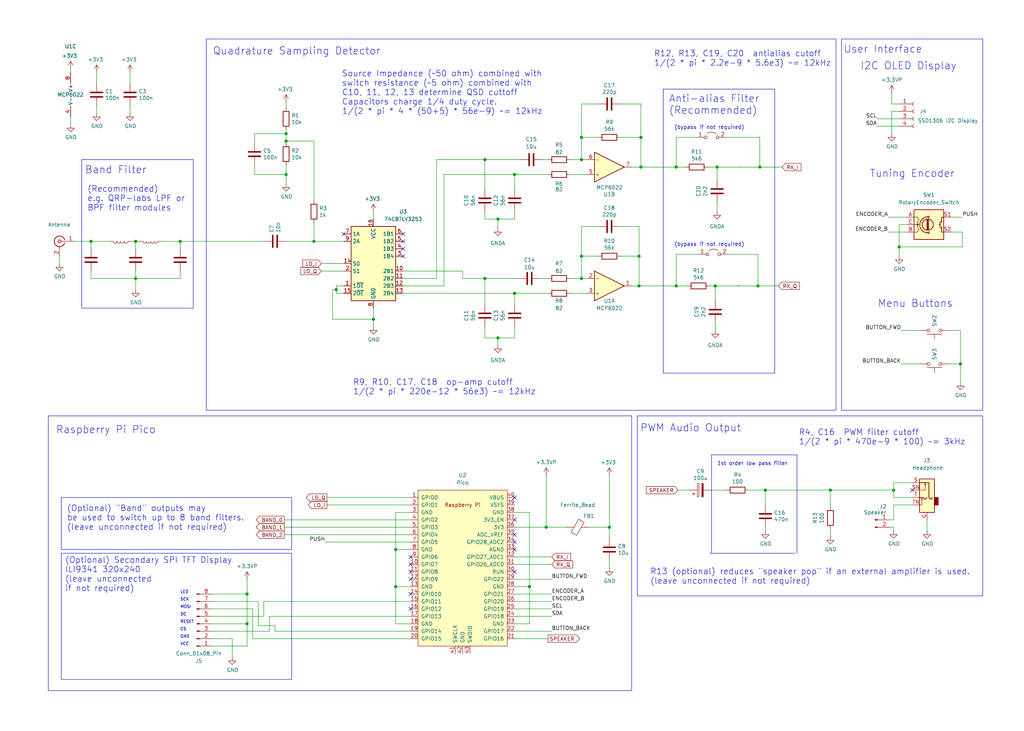
<source format=kicad_sch>
(kicad_sch (version 20230121) (generator eeschema)
  (paper "User" 350.012 250.012)
  (lib_symbols
    (symbol "Amplifier_Operational:LM4562" (pin_names (offset 0.127))
      (property "Reference" "U" (at 0 5.08 0))
      (property "Value" "LM4562" (at 0 -5.08 0))
      (symbol "LM4562_1_1"
        (pin output line (at 7.62 0 180) (length 2.54) (name "~") (number "1"))
        (pin input line (at -7.62 -2.54 0) (length 2.54) (name "-") (number "2"))
        (pin input line (at -7.62 2.54 0) (length 2.54) (name "+") (number "3"))
      )
      (symbol "LM4562_2_1"
        (pin input line (at -7.62 2.54 0) (length 2.54) (name "+") (number "5"))
        (pin input line (at -7.62 -2.54 0) (length 2.54) (name "-") (number "6"))
        (pin output line (at 7.62 0 180) (length 2.54) (name "~") (number "7"))
      )
      (symbol "LM4562_3_1"
        (pin power_in line (at -2.54 -7.62 90) (length 3.81) (name "V-") (number "4"))
        (pin power_in line (at -2.54 7.62 270) (length 3.81) (name "V+") (number "8"))
      )
    )
    (symbol "Connector:Conn_01x04_Socket" (pin_names (offset 1.016) hide)
      (property "Reference" "J" (at 0 5.08 0))
      (property "Value" "Conn_01x04_Socket" (at 0 -7.62 0))
      (symbol "Conn_01x04_Socket_1_1"
        (pin passive line (at -5.08 2.54 0) (length 3.81) (name "Pin_1") (number "1"))
        (pin passive line (at -5.08 0 0) (length 3.81) (name "Pin_2") (number "2"))
        (pin passive line (at -5.08 -2.54 0) (length 3.81) (name "Pin_3") (number "3"))
        (pin passive line (at -5.08 -5.08 0) (length 3.81) (name "Pin_4") (number "4"))
      )
    )
    (symbol "Connector:Conn_01x08_Pin" (pin_names (offset 1.016) hide)
      (property "Reference" "J" (at 0 10.16 0))
      (property "Value" "Conn_01x08_Pin" (at 0 -12.7 0))
      (symbol "Conn_01x08_Pin_1_1"
        (pin passive line (at 5.08 7.62 180) (length 3.81) (name "Pin_1") (number "1"))
        (pin passive line (at 5.08 5.08 180) (length 3.81) (name "Pin_2") (number "2"))
        (pin passive line (at 5.08 2.54 180) (length 3.81) (name "Pin_3") (number "3"))
        (pin passive line (at 5.08 0 180) (length 3.81) (name "Pin_4") (number "4"))
        (pin passive line (at 5.08 -2.54 180) (length 3.81) (name "Pin_5") (number "5"))
        (pin passive line (at 5.08 -5.08 180) (length 3.81) (name "Pin_6") (number "6"))
        (pin passive line (at 5.08 -7.62 180) (length 3.81) (name "Pin_7") (number "7"))
        (pin passive line (at 5.08 -10.16 180) (length 3.81) (name "Pin_8") (number "8"))
      )
    )
    (symbol "Connector:Conn_Coaxial" (pin_names (offset 1.016) hide)
      (property "Reference" "J" (at 0.254 3.048 0))
      (property "Value" "Conn_Coaxial" (at 2.921 0 90))
      (symbol "Conn_Coaxial_1_1"
        (pin passive line (at -5.08 0 0) (length 2.54) (name "In") (number "1"))
        (pin passive line (at 0 -5.08 90) (length 2.54) (name "Ext") (number "2"))
      )
    )
    (symbol "Device:C" (pin_numbers hide) (pin_names (offset 0.254))
      (property "Reference" "C" (at 0.635 2.54 0))
      (property "Value" "C" (at 0.635 -2.54 0))
      (symbol "C_1_1"
        (pin passive line (at 0 3.81 270) (length 2.794) (name "~") (number "1"))
        (pin passive line (at 0 -3.81 90) (length 2.794) (name "~") (number "2"))
      )
    )
    (symbol "Device:Ferrite_Bead" (pin_numbers hide) (pin_names (offset 0))
      (property "Reference" "FB" (at -3.81 0.635 90))
      (property "Value" "Device_Ferrite_Bead" (at 3.81 0 90))
      (symbol "Ferrite_Bead_1_1"
        (pin passive line (at 0 3.81 270) (length 2.54) (name "~") (number "1"))
        (pin passive line (at 0 -3.81 90) (length 2.54) (name "~") (number "2"))
      )
    )
    (symbol "Device:L" (pin_numbers hide) (pin_names (offset 1.016) hide)
      (property "Reference" "L" (at -1.27 0 90))
      (property "Value" "L" (at 1.905 0 90))
      (symbol "L_1_1"
        (pin passive line (at 0 3.81 270) (length 1.27) (name "1") (number "1"))
        (pin passive line (at 0 -3.81 90) (length 1.27) (name "2") (number "2"))
      )
    )
    (symbol "Device:R" (pin_numbers hide) (pin_names (offset 0))
      (property "Reference" "R" (at 2.032 0 90))
      (property "Value" "R" (at 0 0 90))
      (symbol "R_1_1"
        (pin passive line (at 0 3.81 270) (length 1.27) (name "~") (number "1"))
        (pin passive line (at 0 -3.81 90) (length 1.27) (name "~") (number "2"))
      )
    )
    (symbol "Device:RotaryEncoder_Switch" (pin_names (offset 0.254) hide)
      (property "Reference" "SW" (at 0 6.604 0))
      (property "Value" "RotaryEncoder_Switch" (at 0 -6.604 0))
      (symbol "RotaryEncoder_Switch_1_1"
        (pin passive line (at -7.62 2.54 0) (length 2.54) (name "A") (number "A"))
        (pin passive line (at -7.62 -2.54 0) (length 2.54) (name "B") (number "B"))
        (pin passive line (at -7.62 0 0) (length 2.54) (name "C") (number "C"))
        (pin passive line (at 7.62 2.54 180) (length 2.54) (name "S1") (number "S1"))
        (pin passive line (at 7.62 -2.54 180) (length 2.54) (name "S2") (number "S2"))
      )
    )
    (symbol "Jumper:Jumper_2_Open" (pin_names (offset 0) hide)
      (property "Reference" "JP" (at 0 2.794 0))
      (property "Value" "Jumper_2_Open" (at 0 -2.286 0))
      (symbol "Jumper_2_Open_1_1"
        (pin passive line (at -5.08 0 0) (length 2.54) (name "A") (number "1"))
        (pin passive line (at 5.08 0 180) (length 2.54) (name "B") (number "2"))
      )
    )
    (symbol "RADIO-rescue:AudioJack2_Ground_Switch-Connector"
      (property "Reference" "J" (at 0 11.43 0))
      (property "Value" "Connector_AudioJack2_Ground_Switch" (at 0 8.89 0))
      (symbol "AudioJack2_Ground_Switch-Connector_1_1"
        (pin passive line (at 0 -7.62 90) (length 2.54) (name "~") (number "G"))
        (pin passive line (at 5.08 5.08 180) (length 2.54) (name "~") (number "S"))
        (pin passive line (at 5.08 2.54 180) (length 2.54) (name "~") (number "SN"))
        (pin passive line (at 5.08 0 180) (length 2.54) (name "~") (number "T"))
        (pin passive line (at 5.08 -2.54 180) (length 2.54) (name "~") (number "TN"))
      )
    )
    (symbol "RADIO-rescue:CP-Device" (pin_numbers hide) (pin_names (offset 0.254))
      (property "Reference" "C" (at 0.635 2.54 0))
      (property "Value" "Device_CP" (at 0.635 -2.54 0))
      (symbol "CP-Device_1_1"
        (pin passive line (at 0 3.81 270) (length 2.794) (name "~") (number "1"))
        (pin passive line (at 0 -3.81 90) (length 2.794) (name "~") (number "2"))
      )
    )
    (symbol "RADIO-rescue:Conn_01x02_Male-Connector" (pin_names (offset 1.016) hide)
      (property "Reference" "J" (at 0 2.54 0))
      (property "Value" "Connector_Conn_01x02_Male" (at 0 -5.08 0))
      (symbol "Conn_01x02_Male-Connector_1_1"
        (pin passive line (at 5.08 0 180) (length 3.81) (name "Pin_1") (number "1"))
        (pin passive line (at 5.08 -2.54 180) (length 3.81) (name "Pin_2") (number "2"))
      )
    )
    (symbol "RADIO-rescue:FST5253-xcvr_components"
      (property "Reference" "U" (at -7.62 13.97 0))
      (property "Value" "FST5253-xcvr_components" (at -11.43 -13.97 0))
      (symbol "FST5253-xcvr_components_1_1"
        (pin input line (at -10.16 -7.62 0) (length 2.54) (name "1~{OE}") (number "1"))
        (pin bidirectional line (at 10.16 -2.54 180) (length 2.54) (name "2B1") (number "10"))
        (pin bidirectional line (at 10.16 -5.08 180) (length 2.54) (name "2B2") (number "11"))
        (pin bidirectional line (at 10.16 -7.62 180) (length 2.54) (name "2B3") (number "12"))
        (pin bidirectional line (at 10.16 -10.16 180) (length 2.54) (name "2B4") (number "13"))
        (pin input line (at -10.16 0 0) (length 2.54) (name "S0") (number "14"))
        (pin input line (at -10.16 -10.16 0) (length 2.54) (name "2~{OE}") (number "15"))
        (pin power_in line (at 0 15.24 270) (length 2.54) (name "VCC") (number "16"))
        (pin input line (at -10.16 -2.54 0) (length 2.54) (name "S1") (number "2"))
        (pin bidirectional line (at 10.16 2.54 180) (length 2.54) (name "1B4") (number "3"))
        (pin bidirectional line (at 10.16 5.08 180) (length 2.54) (name "1B3") (number "4"))
        (pin bidirectional line (at 10.16 7.62 180) (length 2.54) (name "1B2") (number "5"))
        (pin bidirectional line (at 10.16 10.16 180) (length 2.54) (name "1B1") (number "6"))
        (pin bidirectional line (at -10.16 10.16 0) (length 2.54) (name "1A") (number "7"))
        (pin power_in line (at 0 -15.24 90) (length 2.54) (name "GND") (number "8"))
        (pin bidirectional line (at -10.16 7.62 0) (length 2.54) (name "2A") (number "9"))
      )
    )
    (symbol "Switch:SW_Push" (pin_numbers hide) (pin_names (offset 1.016) hide)
      (property "Reference" "SW" (at 1.27 2.54 0))
      (property "Value" "SW_Push" (at 0 -1.524 0))
      (symbol "SW_Push_0_1"
        (pin passive line (at -5.08 0 0) (length 2.54) (name "1") (number "1"))
        (pin passive line (at 5.08 0 180) (length 2.54) (name "2") (number "2"))
      )
    )
    (symbol "pico:Pico" (pin_names (offset 1.016))
      (property "Reference" "U2" (at 0 29.21 0))
      (property "Value" "Pico" (at 0 16.51 0))
      (symbol "Pico_0_0"
        (text "Raspberry Pi" (at 0 21.59 0) (effects (font (size 1.27 1.27))))
      )
      (symbol "Pico_1_1"
        (pin bidirectional line (at -17.78 24.13 0) (length 2.54) (name "GPIO0") (number "1"))
        (pin bidirectional line (at -17.78 1.27 0) (length 2.54) (name "GPIO7") (number "10"))
        (pin bidirectional line (at -17.78 -1.27 0) (length 2.54) (name "GPIO8") (number "11"))
        (pin bidirectional line (at -17.78 -3.81 0) (length 2.54) (name "GPIO9") (number "12"))
        (pin power_in line (at -17.78 -6.35 0) (length 2.54) (name "GND") (number "13"))
        (pin bidirectional line (at -17.78 -8.89 0) (length 2.54) (name "GPIO10") (number "14"))
        (pin bidirectional line (at -17.78 -11.43 0) (length 2.54) (name "GPIO11") (number "15"))
        (pin bidirectional line (at -17.78 -13.97 0) (length 2.54) (name "GPIO12") (number "16"))
        (pin bidirectional line (at -17.78 -16.51 0) (length 2.54) (name "GPIO13") (number "17"))
        (pin power_in line (at -17.78 -19.05 0) (length 2.54) (name "GND") (number "18"))
        (pin bidirectional line (at -17.78 -21.59 0) (length 2.54) (name "GPIO14") (number "19"))
        (pin bidirectional line (at -17.78 21.59 0) (length 2.54) (name "GPIO1") (number "2"))
        (pin bidirectional line (at -17.78 -24.13 0) (length 2.54) (name "GPIO15") (number "20"))
        (pin bidirectional line (at 17.78 -24.13 180) (length 2.54) (name "GPIO16") (number "21"))
        (pin bidirectional line (at 17.78 -21.59 180) (length 2.54) (name "GPIO17") (number "22"))
        (pin power_in line (at 17.78 -19.05 180) (length 2.54) (name "GND") (number "23"))
        (pin bidirectional line (at 17.78 -16.51 180) (length 2.54) (name "GPIO18") (number "24"))
        (pin bidirectional line (at 17.78 -13.97 180) (length 2.54) (name "GPIO19") (number "25"))
        (pin bidirectional line (at 17.78 -11.43 180) (length 2.54) (name "GPIO20") (number "26"))
        (pin bidirectional line (at 17.78 -8.89 180) (length 2.54) (name "GPIO21") (number "27"))
        (pin power_in line (at 17.78 -6.35 180) (length 2.54) (name "GND") (number "28"))
        (pin bidirectional line (at 17.78 -3.81 180) (length 2.54) (name "GPIO22") (number "29"))
        (pin power_in line (at -17.78 19.05 0) (length 2.54) (name "GND") (number "3"))
        (pin input line (at 17.78 -1.27 180) (length 2.54) (name "RUN") (number "30"))
        (pin bidirectional line (at 17.78 1.27 180) (length 2.54) (name "GPIO26_ADC0") (number "31"))
        (pin bidirectional line (at 17.78 3.81 180) (length 2.54) (name "GPIO27_ADC1") (number "32"))
        (pin power_in line (at 17.78 6.35 180) (length 2.54) (name "AGND") (number "33"))
        (pin bidirectional line (at 17.78 8.89 180) (length 2.54) (name "GPIO28_ADC2") (number "34"))
        (pin unspecified line (at 17.78 11.43 180) (length 2.54) (name "ADC_VREF") (number "35"))
        (pin unspecified line (at 17.78 13.97 180) (length 2.54) (name "3V3") (number "36"))
        (pin input line (at 17.78 16.51 180) (length 2.54) (name "3V3_EN") (number "37"))
        (pin bidirectional line (at 17.78 19.05 180) (length 2.54) (name "GND") (number "38"))
        (pin unspecified line (at 17.78 21.59 180) (length 2.54) (name "VSYS") (number "39"))
        (pin bidirectional line (at -17.78 16.51 0) (length 2.54) (name "GPIO2") (number "4"))
        (pin unspecified line (at 17.78 24.13 180) (length 2.54) (name "VBUS") (number "40"))
        (pin input line (at -2.54 -29.21 90) (length 2.54) (name "SWCLK") (number "41"))
        (pin power_in line (at 0 -29.21 90) (length 2.54) (name "GND") (number "42"))
        (pin bidirectional line (at 2.54 -29.21 90) (length 2.54) (name "SWDIO") (number "43"))
        (pin bidirectional line (at -17.78 13.97 0) (length 2.54) (name "GPIO3") (number "5"))
        (pin bidirectional line (at -17.78 11.43 0) (length 2.54) (name "GPIO4") (number "6"))
        (pin bidirectional line (at -17.78 8.89 0) (length 2.54) (name "GPIO5") (number "7"))
        (pin power_in line (at -17.78 6.35 0) (length 2.54) (name "GND") (number "8"))
        (pin bidirectional line (at -17.78 3.81 0) (length 2.54) (name "GPIO6") (number "9"))
      )
    )
    (symbol "power:+3.3VP" (power) (pin_names (offset 0))
      (property "Value" "+3.3VP" (at 0 2.54 0))
      (symbol "+3.3VP_0_0"
        (pin power_in line (at 0 0 90) (length 0) hide (name "+3.3VP") (number "1"))
      )
    )
    (symbol "power:+3V3" (power) (pin_names (offset 0))
      (property "Value" "+3V3" (at 0 3.556 0))
      (symbol "+3V3_1_1"
        (pin power_in line (at 0 0 90) (length 0) hide (name "+3V3") (number "1"))
      )
    )
    (symbol "power:GND" (power) (pin_names (offset 0))
      (property "Value" "GND" (at 0 -3.81 0))
      (symbol "GND_1_1"
        (pin power_in line (at 0 0 270) (length 0) hide (name "GND") (number "1"))
      )
    )
    (symbol "power:GNDA" (power) (pin_names (offset 0))
      (property "Value" "GNDA" (at 0 -3.81 0))
      (symbol "GNDA_1_1"
        (pin power_in line (at 0 0 270) (length 0) hide (name "GNDA") (number "1"))
      )
    )
  )
  (junction (at 97.79 59.69))
  (junction (at 261.62 167.64))
  (junction (at 165.735 54.61))
  (junction (at 127.635 109.22))
  (junction (at 244.475 97.79))
  (junction (at 135.255 200.66))
  (junction (at 97.79 45.72))
  (junction (at 219.075 46.99))
  (junction (at 305.435 167.64))
  (junction (at 231.14 97.79))
  (junction (at 328.295 124.46))
  (junction (at 218.44 97.79))
  (junction (at 198.755 54.61))
  (junction (at 175.895 59.69))
  (junction (at 61.595 82.55))
  (junction (at 218.44 87.63))
  (junction (at 219.075 57.15))
  (junction (at 170.18 74.93))
  (junction (at 186.69 180.34))
  (junction (at 46.355 82.55))
  (junction (at 283.845 167.64))
  (junction (at 84.455 213.36))
  (junction (at 198.755 46.99))
  (junction (at 165.735 95.25))
  (junction (at 231.14 57.15))
  (junction (at 307.34 84.455))
  (junction (at 31.115 82.55))
  (junction (at 170.18 115.57))
  (junction (at 180.975 200.66))
  (junction (at 46.355 95.25))
  (junction (at 135.255 187.96))
  (junction (at 245.11 57.15))
  (junction (at 198.755 95.25))
  (junction (at 259.08 97.79))
  (junction (at 208.28 180.34))
  (junction (at 97.79 48.26))
  (junction (at 198.755 87.63))
  (junction (at 84.455 203.2))
  (junction (at 114.935 99.06))
  (junction (at 259.715 57.15))
  (junction (at 175.895 100.33))
  (junction (at 107.315 82.55))
  (no_connect (at 137.795 82.55))
  (no_connect (at 175.895 177.8))
  (no_connect (at 137.795 85.09))
  (no_connect (at 140.335 195.58))
  (no_connect (at 140.335 208.28))
  (no_connect (at 311.785 167.64))
  (no_connect (at 175.895 170.18))
  (no_connect (at 140.335 198.12))
  (no_connect (at 117.475 80.01))
  (no_connect (at 137.795 87.63))
  (no_connect (at 140.335 203.2))
  (no_connect (at 140.335 193.04))
  (no_connect (at 175.895 185.42))
  (no_connect (at 175.895 187.96))
  (no_connect (at 140.335 190.5))
  (no_connect (at 137.795 80.01))
  (no_connect (at 175.895 182.88))
  (no_connect (at 175.895 195.58))
  (wire (pts (xy 218.44 97.79) (xy 215.9 97.79)))
  (wire (pts (xy 137.795 92.71) (xy 158.115 92.71)))
  (wire (pts (xy 307.975 124.46) (xy 314.325 124.46)))
  (wire (pts (xy 307.34 38.1) (xy 304.8 38.1)))
  (wire (pts (xy 303.53 79.375) (xy 309.88 79.375)))
  (wire (pts (xy 61.595 92.71) (xy 61.595 95.25)))
  (wire (pts (xy 259.715 46.99) (xy 259.715 57.15)))
  (wire (pts (xy 212.09 35.56) (xy 219.075 35.56)))
  (wire (pts (xy 325.12 74.295) (xy 328.93 74.295)))
  (wire (pts (xy 97.79 59.69) (xy 97.79 62.865)))
  (wire (pts (xy 180.975 200.66) (xy 180.975 213.36)))
  (wire (pts (xy 242.57 97.79) (xy 244.475 97.79)))
  (wire (pts (xy 204.47 35.56) (xy 198.755 35.56)))
  (wire (pts (xy 72.39 220.98) (xy 84.455 220.98)))
  (wire (pts (xy 244.475 110.49) (xy 244.475 113.03)))
  (wire (pts (xy 97.79 48.26) (xy 107.315 48.26)))
  (wire (pts (xy 325.12 79.375) (xy 328.93 79.375)))
  (wire (pts (xy 311.785 170.18) (xy 305.435 170.18)))
  (wire (pts (xy 299.72 43.18) (xy 307.34 43.18)))
  (wire (pts (xy 238.125 46.99) (xy 231.14 46.99)))
  (wire (pts (xy 109.855 92.71) (xy 117.475 92.71)))
  (wire (pts (xy 165.735 72.39) (xy 165.735 74.93)))
  (wire (pts (xy 175.895 218.44) (xy 187.325 218.44)))
  (wire (pts (xy 92.075 210.82) (xy 140.335 210.82)))
  (wire (pts (xy 198.755 54.61) (xy 198.755 46.99)))
  (polyline (pts (xy 252.73 57.15) (xy 253.365 57.15)))
  (wire (pts (xy 45.085 82.55) (xy 46.355 82.55)))
  (wire (pts (xy 304.8 38.1) (xy 304.8 45.72)))
  (wire (pts (xy 200.66 54.61) (xy 198.755 54.61)))
  (wire (pts (xy 92.075 215.9) (xy 92.075 210.82)))
  (wire (pts (xy 218.44 97.79) (xy 231.14 97.79)))
  (wire (pts (xy 158.115 92.71) (xy 158.115 95.25)))
  (wire (pts (xy 180.975 175.26) (xy 180.975 200.66)))
  (wire (pts (xy 255.905 167.64) (xy 261.62 167.64)))
  (wire (pts (xy 93.98 215.9) (xy 140.335 215.9)))
  (wire (pts (xy 90.17 205.74) (xy 90.17 210.82)))
  (wire (pts (xy 185.42 54.61) (xy 187.325 54.61)))
  (wire (pts (xy 305.435 170.18) (xy 305.435 167.64)))
  (wire (pts (xy 218.44 77.47) (xy 218.44 87.63)))
  (wire (pts (xy 114.935 100.33) (xy 114.935 99.06)))
  (wire (pts (xy 127.635 72.39) (xy 127.635 74.93)))
  (wire (pts (xy 175.895 210.82) (xy 188.595 210.82)))
  (wire (pts (xy 88.265 213.995) (xy 93.98 213.995)))
  (wire (pts (xy 208.28 191.77) (xy 208.28 194.31)))
  (wire (pts (xy 198.755 54.61) (xy 194.945 54.61)))
  (wire (pts (xy 201.295 180.34) (xy 208.28 180.34)))
  (wire (pts (xy 305.435 165.1) (xy 311.785 165.1)))
  (wire (pts (xy 248.92 86.995) (xy 259.08 86.995)))
  (wire (pts (xy 175.895 72.39) (xy 175.895 74.93)))
  (wire (pts (xy 175.895 175.26) (xy 180.975 175.26)))
  (wire (pts (xy 219.075 46.99) (xy 219.075 57.15)))
  (wire (pts (xy 198.755 46.99) (xy 204.47 46.99)))
  (wire (pts (xy 97.155 182.88) (xy 140.335 182.88)))
  (wire (pts (xy 86.36 218.44) (xy 140.335 218.44)))
  (wire (pts (xy 33.02 36.195) (xy 33.02 38.735)))
  (wire (pts (xy 283.845 167.64) (xy 305.435 167.64)))
  (wire (pts (xy 261.62 167.64) (xy 283.845 167.64)))
  (wire (pts (xy 304.165 177.8) (xy 305.435 177.8)))
  (wire (pts (xy 97.155 177.8) (xy 140.335 177.8)))
  (wire (pts (xy 86.995 59.69) (xy 97.79 59.69)))
  (wire (pts (xy 219.075 57.15) (xy 231.14 57.15)))
  (wire (pts (xy 175.895 213.36) (xy 180.975 213.36)))
  (wire (pts (xy 33.02 24.765) (xy 33.02 28.575)))
  (wire (pts (xy 46.355 92.71) (xy 46.355 95.25)))
  (wire (pts (xy 107.315 48.26) (xy 107.315 68.58)))
  (wire (pts (xy 46.355 82.55) (xy 47.625 82.55)))
  (wire (pts (xy 137.795 100.33) (xy 175.895 100.33)))
  (wire (pts (xy 135.255 200.66) (xy 135.255 213.36)))
  (wire (pts (xy 245.11 57.15) (xy 259.715 57.15)))
  (wire (pts (xy 97.79 44.45) (xy 97.79 45.72)))
  (wire (pts (xy 165.735 111.76) (xy 165.735 115.57)))
  (wire (pts (xy 97.155 180.34) (xy 140.335 180.34)))
  (wire (pts (xy 175.895 208.28) (xy 188.595 208.28)))
  (wire (pts (xy 135.255 175.26) (xy 135.255 187.96)))
  (wire (pts (xy 165.735 95.25) (xy 177.165 95.25)))
  (wire (pts (xy 165.735 54.61) (xy 177.8 54.61)))
  (wire (pts (xy 97.79 34.925) (xy 97.79 36.83)))
  (wire (pts (xy 61.595 82.55) (xy 90.17 82.55)))
  (wire (pts (xy 170.18 115.57) (xy 175.895 115.57)))
  (wire (pts (xy 231.14 86.995) (xy 231.14 97.79)))
  (wire (pts (xy 328.93 79.375) (xy 328.93 84.455)))
  (wire (pts (xy 86.995 45.72) (xy 97.79 45.72)))
  (wire (pts (xy 127.635 105.41) (xy 127.635 109.22)))
  (wire (pts (xy 194.945 95.25) (xy 198.755 95.25)))
  (wire (pts (xy 231.775 167.64) (xy 235.585 167.64)))
  (wire (pts (xy 307.34 87.63) (xy 307.34 84.455)))
  (wire (pts (xy 316.865 177.8) (xy 316.865 181.61)))
  (wire (pts (xy 307.34 84.455) (xy 307.34 76.835)))
  (wire (pts (xy 31.115 92.71) (xy 31.115 95.25)))
  (wire (pts (xy 140.335 200.66) (xy 135.255 200.66)))
  (wire (pts (xy 283.845 167.64) (xy 283.845 173.355)))
  (wire (pts (xy 305.435 165.1) (xy 305.435 167.64)))
  (wire (pts (xy 175.895 190.5) (xy 188.595 190.5)))
  (wire (pts (xy 328.295 124.46) (xy 324.485 124.46)))
  (wire (pts (xy 140.335 175.26) (xy 135.255 175.26)))
  (wire (pts (xy 72.39 203.2) (xy 84.455 203.2)))
  (wire (pts (xy 93.98 213.995) (xy 93.98 215.9)))
  (wire (pts (xy 175.895 100.33) (xy 187.325 100.33)))
  (wire (pts (xy 248.285 46.99) (xy 259.715 46.99)))
  (wire (pts (xy 175.895 193.04) (xy 188.595 193.04)))
  (wire (pts (xy 84.455 213.36) (xy 84.455 220.98)))
  (wire (pts (xy 44.45 36.195) (xy 44.45 38.735)))
  (wire (pts (xy 304.165 180.34) (xy 305.435 180.34)))
  (wire (pts (xy 175.895 64.77) (xy 175.895 59.69)))
  (wire (pts (xy 107.315 82.55) (xy 117.475 82.55)))
  (wire (pts (xy 212.09 87.63) (xy 218.44 87.63)))
  (wire (pts (xy 97.79 82.55) (xy 107.315 82.55)))
  (wire (pts (xy 175.895 59.69) (xy 187.325 59.69)))
  (wire (pts (xy 46.355 95.25) (xy 46.355 99.06)))
  (wire (pts (xy 61.595 82.55) (xy 61.595 85.09)))
  (wire (pts (xy 113.665 99.06) (xy 114.935 99.06)))
  (wire (pts (xy 259.08 97.79) (xy 266.065 97.79)))
  (wire (pts (xy 84.455 203.2) (xy 84.455 213.36)))
  (wire (pts (xy 79.375 218.44) (xy 79.375 224.79)))
  (wire (pts (xy 307.975 113.03) (xy 314.325 113.03)))
  (wire (pts (xy 175.895 111.76) (xy 175.895 115.57)))
  (wire (pts (xy 261.62 180.34) (xy 261.62 181.61)))
  (wire (pts (xy 245.11 69.215) (xy 245.11 72.39)))
  (wire (pts (xy 107.315 76.2) (xy 107.315 82.55)))
  (wire (pts (xy 283.845 180.975) (xy 283.845 183.515)))
  (wire (pts (xy 117.475 100.33) (xy 114.935 100.33)))
  (wire (pts (xy 165.735 95.25) (xy 165.735 104.14)))
  (wire (pts (xy 198.755 95.25) (xy 200.66 95.25)))
  (wire (pts (xy 86.995 56.515) (xy 86.995 59.69)))
  (wire (pts (xy 170.18 74.93) (xy 170.18 78.105)))
  (wire (pts (xy 151.765 97.79) (xy 151.765 59.69)))
  (wire (pts (xy 261.62 167.64) (xy 261.62 172.72)))
  (wire (pts (xy 72.39 205.74) (xy 88.265 205.74)))
  (polyline (pts (xy 252.095 97.79) (xy 252.73 97.79)))
  (wire (pts (xy 111.125 185.42) (xy 140.335 185.42)))
  (polyline (pts (xy 242.57 189.23) (xy 271.78 189.23)))
  (wire (pts (xy 109.855 90.17) (xy 117.475 90.17)))
  (wire (pts (xy 186.69 162.56) (xy 186.69 180.34)))
  (wire (pts (xy 140.335 187.96) (xy 135.255 187.96)))
  (wire (pts (xy 204.47 87.63) (xy 198.755 87.63)))
  (wire (pts (xy 140.335 170.18) (xy 111.76 170.18)))
  (wire (pts (xy 46.355 95.25) (xy 61.595 95.25)))
  (wire (pts (xy 305.435 177.8) (xy 305.435 172.72)))
  (wire (pts (xy 198.755 77.47) (xy 198.755 87.63)))
  (wire (pts (xy 175.895 180.34) (xy 186.69 180.34)))
  (wire (pts (xy 212.09 46.99) (xy 219.075 46.99)))
  (polyline (pts (xy 272.415 189.23) (xy 272.415 155.575)))
  (wire (pts (xy 72.39 210.82) (xy 90.17 210.82)))
  (wire (pts (xy 44.45 24.765) (xy 44.45 28.575)))
  (wire (pts (xy 90.17 205.74) (xy 140.335 205.74)))
  (wire (pts (xy 186.69 180.34) (xy 193.675 180.34)))
  (wire (pts (xy 24.13 40.005) (xy 24.13 42.545)))
  (wire (pts (xy 111.76 172.72) (xy 140.335 172.72)))
  (wire (pts (xy 175.895 200.66) (xy 180.975 200.66)))
  (wire (pts (xy 328.295 113.03) (xy 328.295 124.46)))
  (wire (pts (xy 165.735 115.57) (xy 170.18 115.57)))
  (wire (pts (xy 97.79 56.515) (xy 97.79 59.69)))
  (wire (pts (xy 72.39 213.36) (xy 84.455 213.36)))
  (wire (pts (xy 219.075 57.15) (xy 215.9 57.15)))
  (wire (pts (xy 135.255 213.36) (xy 140.335 213.36)))
  (wire (pts (xy 72.39 218.44) (xy 79.375 218.44)))
  (wire (pts (xy 72.39 208.28) (xy 86.36 208.28)))
  (wire (pts (xy 149.225 54.61) (xy 165.735 54.61)))
  (wire (pts (xy 149.225 95.25) (xy 149.225 54.61)))
  (wire (pts (xy 113.665 109.22) (xy 127.635 109.22)))
  (wire (pts (xy 259.08 86.995) (xy 259.08 97.79)))
  (wire (pts (xy 84.455 198.12) (xy 84.455 203.2)))
  (wire (pts (xy 245.11 57.15) (xy 245.11 61.595)))
  (wire (pts (xy 170.18 115.57) (xy 170.18 118.11)))
  (wire (pts (xy 88.265 205.74) (xy 88.265 213.995)))
  (wire (pts (xy 328.295 124.46) (xy 328.295 130.81)))
  (polyline (pts (xy 243.205 155.575) (xy 243.205 189.23)))
  (wire (pts (xy 198.755 87.63) (xy 198.755 95.25)))
  (wire (pts (xy 208.28 180.34) (xy 208.28 184.15)))
  (wire (pts (xy 72.39 215.9) (xy 92.075 215.9)))
  (wire (pts (xy 175.895 104.14) (xy 175.895 100.33)))
  (wire (pts (xy 194.945 100.33) (xy 200.66 100.33)))
  (wire (pts (xy 328.93 84.455) (xy 307.34 84.455)))
  (wire (pts (xy 303.53 74.295) (xy 309.88 74.295)))
  (wire (pts (xy 241.935 57.15) (xy 245.11 57.15)))
  (wire (pts (xy 208.28 180.34) (xy 208.28 162.56)))
  (wire (pts (xy 218.44 87.63) (xy 218.44 97.79)))
  (wire (pts (xy 231.14 46.99) (xy 231.14 57.15)))
  (wire (pts (xy 25.4 82.55) (xy 31.115 82.55)))
  (wire (pts (xy 20.32 87.63) (xy 20.32 90.17)))
  (wire (pts (xy 114.935 97.79) (xy 117.475 97.79)))
  (wire (pts (xy 170.18 74.93) (xy 175.895 74.93)))
  (wire (pts (xy 114.935 99.06) (xy 114.935 97.79)))
  (wire (pts (xy 305.435 172.72) (xy 311.785 172.72)))
  (wire (pts (xy 304.8 31.75) (xy 304.8 35.56)))
  (wire (pts (xy 137.795 95.25) (xy 149.225 95.25)))
  (wire (pts (xy 307.34 76.835) (xy 309.88 76.835)))
  (wire (pts (xy 86.36 208.28) (xy 86.36 218.44)))
  (wire (pts (xy 137.795 97.79) (xy 151.765 97.79)))
  (wire (pts (xy 219.075 35.56) (xy 219.075 46.99)))
  (wire (pts (xy 135.255 187.96) (xy 135.255 200.66)))
  (wire (pts (xy 113.665 99.06) (xy 113.665 109.22)))
  (wire (pts (xy 165.735 54.61) (xy 165.735 64.77)))
  (wire (pts (xy 243.205 167.64) (xy 248.285 167.64)))
  (wire (pts (xy 175.895 205.74) (xy 188.595 205.74)))
  (wire (pts (xy 151.765 59.69) (xy 175.895 59.69)))
  (wire (pts (xy 231.14 57.15) (xy 234.315 57.15)))
  (wire (pts (xy 259.715 57.15) (xy 267.335 57.15)))
  (wire (pts (xy 212.09 77.47) (xy 218.44 77.47)))
  (wire (pts (xy 324.485 113.03) (xy 328.295 113.03)))
  (wire (pts (xy 46.355 82.55) (xy 46.355 85.09)))
  (wire (pts (xy 244.475 97.79) (xy 244.475 102.87)))
  (wire (pts (xy 244.475 97.79) (xy 259.08 97.79)))
  (wire (pts (xy 86.995 45.72) (xy 86.995 48.895)))
  (wire (pts (xy 231.14 97.79) (xy 234.95 97.79)))
  (wire (pts (xy 24.13 23.495) (xy 24.13 24.765)))
  (wire (pts (xy 31.115 95.25) (xy 46.355 95.25)))
  (wire (pts (xy 175.895 203.2) (xy 188.595 203.2)))
  (wire (pts (xy 170.18 74.93) (xy 165.735 74.93)))
  (wire (pts (xy 238.76 86.995) (xy 231.14 86.995)))
  (wire (pts (xy 55.245 82.55) (xy 61.595 82.55)))
  (wire (pts (xy 97.79 45.72) (xy 97.79 48.26)))
  (wire (pts (xy 97.79 48.26) (xy 97.79 48.895)))
  (wire (pts (xy 175.895 198.12) (xy 188.595 198.12)))
  (wire (pts (xy 158.115 95.25) (xy 165.735 95.25)))
  (wire (pts (xy 31.115 82.55) (xy 31.115 85.09)))
  (wire (pts (xy 127.635 109.22) (xy 127.635 111.76)))
  (wire (pts (xy 198.755 35.56) (xy 198.755 46.99)))
  (wire (pts (xy 194.945 59.69) (xy 200.66 59.69)))
  (wire (pts (xy 305.435 180.34) (xy 305.435 181.61)))
  (wire (pts (xy 198.755 77.47) (xy 204.47 77.47)))
  (wire (pts (xy 175.895 215.9) (xy 188.595 215.9)))
  (polyline (pts (xy 243.205 155.575) (xy 272.415 155.575)))
  (wire (pts (xy 31.115 82.55) (xy 37.465 82.55)))
  (wire (pts (xy 304.8 35.56) (xy 307.34 35.56)))
  (wire (pts (xy 299.72 40.64) (xy 307.34 40.64)))
  (wire (pts (xy 184.785 95.25) (xy 187.325 95.25)))
  (rectangle (start 217.805 142.24) (end 335.915 203.835))
  (rectangle (start 27.94 54.61) (end 66.04 105.41))
  (rectangle (start 20.955 170.18) (end 99.695 187.96))
  (rectangle (start 16.51 142.24) (end 215.9 236.22))
  (rectangle (start 287.655 13.335) (end 335.915 140.335))
  (rectangle (start 20.955 189.23) (end 99.695 232.41))
  (rectangle (start 226.695 30.48) (end 264.795 127.635))
  (rectangle (start 70.485 13.335) (end 285.75 140.335))
  (text "Band Filter" (at 50.165 59.69 0) (effects (font (size 2.5 2.5)) (justify right bottom)))
  (text "Source Impedance (~50 ohm) combined with\nswitch resistance (~5 ohm) combined with\nC10, 11, 12, 13 determine QSD cuttoff\nCapacitors charge 1/4 duty cycle.\n1/(2 * pi * 4 * (50+5) * 56e-9) ~= 12kHz" (at 116.84 39.37 0) (effects (font (size 2 2)) (justify left bottom)))
  (text "DC" (at 61.595 210.82 0) (effects (font (size 1 1)) (justify left bottom)))
  (text "LED" (at 61.595 203.2 0) (effects (font (size 1 1)) (justify left bottom)))
  (text "Raspberry Pi Pico" (at 53.34 148.59 0) (effects (font (size 2.5 2.5)) (justify right bottom)))
  (text "(bypass if not required)" (at 230.505 84.455 0) (effects (font (size 1.3 1.3)) (justify left bottom)))
  (text "PWM Audio Output" (at 253.365 147.955 0) (effects (font (size 2.5 2.5)) (justify right bottom)))
  (text "R9, R10, C17, C18  op-amp cutoff\n1/(2 * pi * 220e-12 * 56e3) ~= 12kHz" (at 120.65 135.255 0) (effects (font (size 2 2)) (justify left bottom)))
  (text "Menu Buttons" (at 325.755 105.41 0) (effects (font (size 2.5 2.5)) (justify right bottom)))
  (text "I2C OLED Display" (at 327.025 24.13 0) (effects (font (size 2.5 2.5)) (justify right bottom)))
  (text "R13 (optional) reduces \"speaker pop\" if an external amplifier is used.\n(leave unconnected if not required)" (at 222.25 200.025 0) (effects (font (size 2 2)) (justify left bottom)))
  (text "Anti-alias Filter\n(Recommended)" (at 228.6 39.37 0) (effects (font (size 2.5 2.5)) (justify left bottom)))
  (text "R12, R13, C19, C20  antialias cutoff\n1/(2 * pi * 2.2e-9 * 5.6e3) ~= 12kHz" (at 223.52 22.86 0) (effects (font (size 2 2)) (justify left bottom)))
  (text "RESET" (at 61.595 213.36 0) (effects (font (size 1 1)) (justify left bottom)))
  (text "Quadrature Sampling Detector" (at 130.175 19.05 0) (effects (font (size 2.5 2.5)) (justify right bottom)))
  (text "(bypass if not required)" (at 230.505 44.45 0) (effects (font (size 1.3 1.3)) (justify left bottom)))
  (text "CS" (at 61.595 215.9 0) (effects (font (size 1 1)) (justify left bottom)))
  (text "GND" (at 61.595 218.44 0) (effects (font (size 1 1)) (justify left bottom)))
  (text "(Optional) \"Band\" outputs may\nbe used to switch up to 8 band filters.\n(leave unconnected if not required)" (at 22.86 181.61 0) (effects (font (size 2 2)) (justify left bottom)))
  (text "R4, C16  PWM filter cutoff\n1/(2 * pi * 470e-9 * 100) ~= 3kHz" (at 273.05 152.4 0) (effects (font (size 2 2)) (justify left bottom)))
  (text "1st order low pass filter" (at 269.24 159.385 0) (effects (font (size 1.27 1.27)) (justify right bottom)))
  (text "(Recommended)\ne.g. QRP-labs LPF or \nBPF filter modules" (at 29.845 72.39 0) (effects (font (size 2 2)) (justify left bottom)))
  (text "Tuning Encoder" (at 326.39 60.96 0) (effects (font (size 2.5 2.5)) (justify right bottom)))
  (text "VCC" (at 61.595 220.98 0) (effects (font (size 1 1)) (justify left bottom)))
  (text "MOSI" (at 61.595 208.28 0) (effects (font (size 1 1)) (justify left bottom)))
  (text "SCK" (at 61.595 205.74 0) (effects (font (size 1 1)) (justify left bottom)))
  (text "(Optional) Secondary SPI TFT Display\nILI9341 320x240\n(leave unconnected \nif not required)" (at 22.225 202.565 0) (effects (font (size 2 2)) (justify left bottom)))
  (text "User Interface" (at 288.29 18.415 0) (effects (font (size 2.5 2.5)) (justify left bottom)))
  (label "SDA" (at 299.72 43.18 180))
  (label "SCL" (at 188.595 208.28 0))
  (label "ENCODER_A" (at 188.595 203.2 0))
  (label "PUSH" (at 111.125 185.42 180))
  (label "BUTTON_BACK" (at 188.595 215.9 0))
  (label "ENCODER_A" (at 303.53 74.295 180))
  (label "BUTTON_FWD" (at 188.595 198.12 0))
  (label "PUSH" (at 328.93 74.295 0))
  (label "SCL" (at 299.72 40.64 180))
  (label "ENCODER_B" (at 303.53 79.375 180))
  (label "BUTTON_BACK" (at 307.975 124.46 180))
  (label "ENCODER_B" (at 188.595 205.74 0))
  (label "BUTTON_FWD" (at 307.975 113.03 180))
  (label "SDA" (at 188.595 210.82 0))
  (global_label "LO_Q" (shape input) (at 109.855 92.71 180) (property "Intersheetrefs" "${INTERSHEET_REFS}" (effects hide)))
  (global_label "SPEAKER" (shape input) (at 231.775 167.64 180) (property "Intersheetrefs" "${INTERSHEET_REFS}" (effects hide)))
  (global_label "BAND_2" (shape output) (at 97.155 182.88 180) (property "Intersheetrefs" "${INTERSHEET_REFS}" (effects hide)))
  (global_label "LO_Q" (shape output) (at 111.76 170.18 180) (property "Intersheetrefs" "${INTERSHEET_REFS}" (effects hide)))
  (global_label "RX_I" (shape input) (at 188.595 190.5 0) (property "Intersheetrefs" "${INTERSHEET_REFS}" (effects hide)))
  (global_label "BAND_0" (shape output) (at 97.155 177.8 180) (property "Intersheetrefs" "${INTERSHEET_REFS}" (effects hide)))
  (global_label "RX_Q" (shape input) (at 266.065 97.79 0) (property "Intersheetrefs" "${INTERSHEET_REFS}" (effects hide)))
  (global_label "RX_I" (shape input) (at 267.335 57.15 0) (property "Intersheetrefs" "${INTERSHEET_REFS}" (effects hide)))
  (global_label "LO_I" (shape output) (at 111.76 172.72 180) (property "Intersheetrefs" "${INTERSHEET_REFS}" (effects hide)))
  (global_label "RX_Q" (shape input) (at 188.595 193.04 0) (property "Intersheetrefs" "${INTERSHEET_REFS}" (effects hide)))
  (global_label "BAND_1" (shape output) (at 97.155 180.34 180) (property "Intersheetrefs" "${INTERSHEET_REFS}" (effects hide)))
  (global_label "SPEAKER" (shape output) (at 187.325 218.44 0) (property "Intersheetrefs" "${INTERSHEET_REFS}" (effects hide)))
  (global_label "LO_I" (shape input) (at 109.855 90.17 180) (property "Intersheetrefs" "${INTERSHEET_REFS}" (effects hide)))
  (symbol (lib_id "power:+3V3") (at 33.02 24.765 0) (mirror y) (unit 1)
    (property "Reference" "#PWR04" (effects hide))
    (property "Value" "+3V3" (at 32.639 20.3708 0))
  )
  (symbol (lib_id "power:GND") (at 305.435 181.61 0) (unit 1)
    (property "Reference" "#PWR019" (effects hide))
    (property "Value" "GND" (at 305.562 186.0042 0))
  )
  (symbol (lib_id "Switch:SW_Push") (at 319.405 113.03 180) (unit 1)
    (property "Reference" "SW2" (at 319.405 111.76 90) (effects (justify right)))
    (property "Value" "SW_Push" (effects hide))
    (property "Footprint" "Button_Switch_THT:SW_Tactile_SPST_Angled_PTS645Vx31-2LFS" (effects hide))
  )
  (symbol (lib_id "power:GNDA") (at 245.11 72.39 0) (unit 1)
    (property "Reference" "#PWR028" (effects hide))
    (property "Value" "GNDA" (at 245.11 77.47 0))
  )
  (symbol (lib_id "Connector:Conn_01x04_Socket") (at 312.42 38.1 0) (unit 1)
    (property "Reference" "J4" (at 314.325 38.1 0) (effects (justify left)))
    (property "Value" "SSD1306 I2C Display" (at 313.69 41.275 0) (effects (justify left)))
    (property "Footprint" "reciever:SDD1306" (effects hide))
  )
  (symbol (lib_id "Device:R") (at 191.135 95.25 270) (unit 1)
    (property "Reference" "R7" (at 192.405 90.17 90) (effects (justify right)))
    (property "Value" "82" (at 192.405 92.71 90) (effects (justify right)))
    (property "Footprint" "Resistor_SMD:R_0805_2012Metric" (effects hide))
  )
  (symbol (lib_id "power:GND") (at 46.355 99.06 0) (unit 1)
    (property "Reference" "#PWR08" (effects hide))
    (property "Value" "GND" (at 46.482 103.4542 0))
  )
  (symbol (lib_id "power:GND") (at 261.62 181.61 0) (unit 1)
    (property "Reference" "#PWR018" (effects hide))
    (property "Value" "GND" (at 261.747 186.0042 0))
  )
  (symbol (lib_id "Device:C") (at 181.61 54.61 270) (unit 1)
    (property "Reference" "C15" (at 181.61 47.625 90))
    (property "Value" "10u" (at 181.61 50.165 90))
    (property "Footprint" "Capacitor_SMD:C_0805_2012Metric" (effects hide))
  )
  (symbol (lib_id "Device:R") (at 97.79 52.705 0) (unit 1)
    (property "Reference" "R2" (at 99.568 51.562 0) (effects (justify left)))
    (property "Value" "10k" (at 99.568 53.848 0) (effects (justify left)))
    (property "Footprint" "Resistor_SMD:R_0805_2012Metric" (effects hide))
  )
  (symbol (lib_id "Amplifier_Operational:LM4562") (at 208.28 97.79 0) (mirror x) (unit 1)
    (property "Reference" "U1" (at 208.28 102.87 0))
    (property "Value" "MCP6022" (at 208.28 105.41 0))
    (property "Footprint" "Package_SO:MSOP-8-1EP_3x3mm_P0.65mm_EP1.68x1.88mm" (effects hide))
    (property "Datasheet" "http://www.ti.com/lit/ds/symlink/lm4562.pdf" (effects hide))
  )
  (symbol (lib_id "RADIO-rescue:CP-Device") (at 239.395 167.64 90) (unit 1)
    (property "Reference" "C9" (at 239.395 161.1884 90))
    (property "Value" "100u" (at 239.395 163.4998 90))
    (property "Footprint" "Capacitor_Tantalum_SMD:CP_EIA-3528-21_Kemet-B" (effects hide))
  )
  (symbol (lib_id "Device:C") (at 61.595 88.9 180) (unit 1)
    (property "Reference" "C6" (effects hide))
    (property "Value" "680p" (effects hide))
    (property "Footprint" "Capacitor_SMD:C_0805_2012Metric" (effects hide))
  )
  (symbol (lib_id "Device:C") (at 93.98 82.55 90) (unit 1)
    (property "Reference" "C7" (at 92.837 79.629 0) (effects (justify left)))
    (property "Value" "10n" (at 95.123 79.629 0) (effects (justify left)))
    (property "Footprint" "Capacitor_SMD:C_0805_2012Metric" (effects hide))
  )
  (symbol (lib_id "power:GND") (at 283.845 183.515 0) (unit 1)
    (property "Reference" "#PWR016" (effects hide))
    (property "Value" "GND" (at 283.972 187.9092 0))
  )
  (symbol (lib_id "power:GND") (at 304.8 45.72 0) (unit 1)
    (property "Reference" "#PWR022" (effects hide))
    (property "Value" "GND" (at 304.927 50.1142 0))
  )
  (symbol (lib_id "power:GND") (at 33.02 38.735 0) (unit 1)
    (property "Reference" "#PWR05" (effects hide))
    (property "Value" "GND" (at 33.147 43.1292 0))
  )
  (symbol (lib_id "Device:C") (at 175.895 68.58 180) (unit 1)
    (property "Reference" "C12" (at 169.5196 68.58 90))
    (property "Value" "56n" (at 171.831 68.58 90))
    (property "Footprint" "Capacitor_SMD:C_0805_2012Metric" (effects hide))
  )
  (symbol (lib_id "Device:C") (at 86.995 52.705 0) (unit 1)
    (property "Reference" "C5" (at 89.916 51.562 0) (effects (justify left)))
    (property "Value" "100n" (at 89.916 53.848 0) (effects (justify left)))
    (property "Footprint" "Capacitor_SMD:C_0805_2012Metric" (effects hide))
  )
  (symbol (lib_id "power:GNDA") (at 170.18 118.11 0) (unit 1)
    (property "Reference" "#PWR029" (effects hide))
    (property "Value" "GNDA" (at 170.18 123.19 0))
  )
  (symbol (lib_id "pico:Pico") (at 158.115 194.31 0) (unit 1)
    (property "Reference" "U2" (at 158.115 162.56 0))
    (property "Value" "Pico" (at 158.115 165.1 0))
    (property "Footprint" "reciever:RPi_Pico_SMD_TH" (effects hide))
  )
  (symbol (lib_id "power:+3.3VP") (at 186.69 162.56 0) (unit 1)
    (property "Reference" "#PWR011" (effects hide))
    (property "Value" "+3.3VP" (at 186.69 158.115 0))
  )
  (symbol (lib_id "Device:C") (at 208.28 77.47 90) (unit 1)
    (property "Reference" "C18" (at 208.28 71.0946 90))
    (property "Value" "220p" (at 208.28 73.406 90))
    (property "Footprint" "Capacitor_SMD:C_0805_2012Metric" (effects hide))
  )
  (symbol (lib_id "Device:R") (at 283.845 177.165 180) (unit 1)
    (property "Reference" "R13" (at 278.6126 177.165 90))
    (property "Value" "100" (at 280.924 177.165 90))
    (property "Footprint" "Resistor_SMD:R_0805_2012Metric" (effects hide))
  )
  (symbol (lib_id "Device:C") (at 180.975 95.25 270) (unit 1)
    (property "Reference" "C14" (at 180.975 88.9 90))
    (property "Value" "10u" (at 180.975 91.44 90))
    (property "Footprint" "Capacitor_SMD:C_0805_2012Metric" (effects hide))
  )
  (symbol (lib_id "Amplifier_Operational:LM4562") (at 26.67 32.385 0) (unit 3)
    (property "Reference" "U1" (at 24.13 15.875 0))
    (property "Value" "MCP6022" (at 24.13 32.385 0))
    (property "Footprint" "Package_SO:MSOP-8-1EP_3x3mm_P0.65mm_EP1.68x1.88mm" (effects hide))
    (property "Datasheet" "http://www.ti.com/lit/ds/symlink/lm4562.pdf" (effects hide))
  )
  (symbol (lib_id "power:GND") (at 307.34 87.63 0) (unit 1)
    (property "Reference" "#PWR023" (effects hide))
    (property "Value" "GND" (at 307.467 92.0242 0))
  )
  (symbol (lib_id "power:GND") (at 328.295 130.81 0) (unit 1)
    (property "Reference" "#PWR024" (effects hide))
    (property "Value" "GND" (at 328.422 135.2042 0))
  )
  (symbol (lib_id "power:+3V3") (at 127.635 72.39 0) (mirror y) (unit 1)
    (property "Reference" "#PWR012" (effects hide))
    (property "Value" "+3V3" (at 127.254 67.9958 0))
  )
  (symbol (lib_id "power:GND") (at 127.635 111.76 0) (unit 1)
    (property "Reference" "#PWR013" (effects hide))
    (property "Value" "GND" (at 127.762 116.1542 0))
  )
  (symbol (lib_id "RADIO-rescue:AudioJack2_Ground_Switch-Connector") (at 316.865 170.18 0) (mirror y) (unit 1)
    (property "Reference" "J3" (at 315.595 157.48 0) (effects (justify right)))
    (property "Value" "Headphone" (at 311.785 160.02 0) (effects (justify right)))
    (property "Footprint" "reciever:jack3.5mm switched" (effects hide))
  )
  (symbol (lib_id "power:GND") (at 316.865 181.61 0) (unit 1)
    (property "Reference" "#PWR020" (effects hide))
    (property "Value" "GND" (at 316.992 186.0042 0))
  )
  (symbol (lib_id "power:+3V3") (at 208.28 162.56 0) (mirror y) (unit 1)
    (property "Reference" "#PWR014" (effects hide))
    (property "Value" "+3V3" (at 207.899 158.1658 0))
  )
  (symbol (lib_id "Jumper:Jumper_2_Open") (at 243.84 86.995 0) (unit 1)
    (property "Reference" "JP2" (effects hide))
    (property "Value" "Jumper_2_Open" (effects hide))
  )
  (symbol (lib_id "Device:C") (at 175.895 107.95 180) (unit 1)
    (property "Reference" "C13" (at 169.5196 107.95 90))
    (property "Value" "56n" (at 171.831 107.95 90))
    (property "Footprint" "Capacitor_SMD:C_0805_2012Metric" (effects hide))
  )
  (symbol (lib_id "Device:Ferrite_Bead") (at 197.485 180.34 90) (unit 1)
    (property "Reference" "FB1" (at 201.295 176.53 90))
    (property "Value" "Ferrite_Bead" (at 197.485 172.72 90))
    (property "Footprint" "Inductor_SMD:L_0805_2012Metric" (effects hide))
  )
  (symbol (lib_id "Device:C") (at 244.475 106.68 180) (unit 1)
    (property "Reference" "C19" (at 238.0996 106.68 90))
    (property "Value" "2n2" (at 240.411 106.68 90))
    (property "Footprint" "Capacitor_SMD:C_0805_2012Metric" (effects hide))
  )
  (symbol (lib_id "Device:L") (at 51.435 82.55 270) (unit 1)
    (property "Reference" "L2" (effects hide))
    (property "Value" "330n" (effects hide))
    (property "Footprint" "Inductor_SMD:L_0805_2012Metric_Pad1.05x1.20mm_HandSolder" (effects hide))
  )
  (symbol (lib_id "RADIO-rescue:FST5253-xcvr_components") (at 127.635 90.17 0) (unit 1)
    (property "Reference" "U3" (at 137.795 72.39 0))
    (property "Value" "74CBTLV3253" (at 137.795 74.93 0))
    (property "Footprint" "Package_SO:SOIC-16_3.9x9.9mm_P1.27mm" (effects hide))
    (property "Datasheet" "http://www.ti.com/lit/gpn/sn74cbt3253" (effects hide))
  )
  (symbol (lib_id "RADIO-rescue:Conn_01x02_Male-Connector") (at 299.085 177.8 0) (unit 1)
    (property "Reference" "J2" (at 301.8282 173.2534 0))
    (property "Value" "Speaker" (at 299.085 175.26 0))
    (property "Footprint" "Connector_PinHeader_2.54mm:PinHeader_1x02_P2.54mm_Vertical" (effects hide))
  )
  (symbol (lib_id "Device:C") (at 31.115 88.9 180) (unit 1)
    (property "Reference" "C2" (effects hide))
    (property "Value" "680p" (effects hide))
    (property "Footprint" "Capacitor_SMD:C_0805_2012Metric" (effects hide))
  )
  (symbol (lib_id "Device:R") (at 208.28 87.63 90) (unit 1)
    (property "Reference" "R10" (at 208.28 82.3976 90))
    (property "Value" "56k" (at 208.28 84.709 90))
    (property "Footprint" "Resistor_SMD:R_0805_2012Metric" (effects hide))
  )
  (symbol (lib_id "power:GND") (at 97.79 62.865 0) (unit 1)
    (property "Reference" "#PWR010" (effects hide))
    (property "Value" "GND" (at 97.917 67.2592 0))
  )
  (symbol (lib_id "Device:R") (at 107.315 72.39 0) (unit 1)
    (property "Reference" "R3" (at 109.093 71.247 0) (effects (justify left)))
    (property "Value" "1k" (at 109.093 73.533 0) (effects (justify left)))
    (property "Footprint" "Resistor_SMD:R_0805_2012Metric" (effects hide))
  )
  (symbol (lib_id "Device:R") (at 191.135 59.69 270) (unit 1)
    (property "Reference" "R6" (at 192.405 62.865 90) (effects (justify right)))
    (property "Value" "82" (at 192.405 64.77 90) (effects (justify right)))
    (property "Footprint" "Resistor_SMD:R_0805_2012Metric" (effects hide))
  )
  (symbol (lib_id "Device:C") (at 208.28 187.96 0) (unit 1)
    (property "Reference" "C8" (at 211.201 186.817 0) (effects (justify left)))
    (property "Value" "10u" (at 211.201 189.103 0) (effects (justify left)))
    (property "Footprint" "Capacitor_SMD:C_0805_2012Metric" (effects hide))
  )
  (symbol (lib_id "Device:C") (at 261.62 176.53 0) (unit 1)
    (property "Reference" "C16" (at 264.541 175.387 0) (effects (justify left)))
    (property "Value" "470n" (at 264.541 177.673 0) (effects (justify left)))
    (property "Footprint" "Capacitor_SMD:C_0805_2012Metric" (effects hide))
  )
  (symbol (lib_id "Device:R") (at 191.135 100.33 270) (unit 1)
    (property "Reference" "R8" (at 192.405 102.87 90) (effects (justify right)))
    (property "Value" "82" (at 192.405 105.41 90) (effects (justify right)))
    (property "Footprint" "Resistor_SMD:R_0805_2012Metric" (effects hide))
  )
  (symbol (lib_id "Amplifier_Operational:LM4562") (at 208.28 57.15 0) (mirror x) (unit 2)
    (property "Reference" "U1" (at 208.28 66.4464 0))
    (property "Value" "MCP6022" (at 208.28 64.135 0))
    (property "Footprint" "Package_SO:MSOP-8-1EP_3x3mm_P0.65mm_EP1.68x1.88mm" (effects hide))
    (property "Datasheet" "http://www.ti.com/lit/ds/symlink/lm4562.pdf" (effects hide))
  )
  (symbol (lib_id "Switch:SW_Push") (at 319.405 124.46 180) (unit 1)
    (property "Reference" "SW3" (at 319.405 123.19 90) (effects (justify right)))
    (property "Value" "SW_Push" (effects hide))
    (property "Footprint" "Button_Switch_THT:SW_Tactile_SPST_Angled_PTS645Vx31-2LFS" (effects hide))
  )
  (symbol (lib_id "power:GNDA") (at 170.18 78.105 0) (unit 1)
    (property "Reference" "#PWR030" (effects hide))
    (property "Value" "GNDA" (at 170.18 83.185 0))
  )
  (symbol (lib_id "Device:R") (at 208.28 46.99 90) (unit 1)
    (property "Reference" "R9" (at 208.28 41.7576 90))
    (property "Value" "56k" (at 208.28 44.069 90))
    (property "Footprint" "Resistor_SMD:R_0805_2012Metric" (effects hide))
  )
  (symbol (lib_id "power:+3V3") (at 24.13 23.495 0) (mirror y) (unit 1)
    (property "Reference" "#PWR02" (effects hide))
    (property "Value" "+3V3" (at 23.749 19.1008 0))
  )
  (symbol (lib_id "Device:R") (at 238.76 97.79 90) (unit 1)
    (property "Reference" "R12" (at 238.76 92.5576 90))
    (property "Value" "5k6" (at 238.76 94.869 90))
    (property "Footprint" "Resistor_SMD:R_0805_2012Metric" (effects hide))
  )
  (symbol (lib_id "power:GNDA") (at 244.475 113.03 0) (unit 1)
    (property "Reference" "#PWR027" (effects hide))
    (property "Value" "GNDA" (at 244.475 118.11 0))
  )
  (symbol (lib_id "Device:C") (at 165.735 68.58 180) (unit 1)
    (property "Reference" "C10" (at 159.3596 68.58 90))
    (property "Value" "56n" (at 161.671 68.58 90))
    (property "Footprint" "Capacitor_SMD:C_0805_2012Metric" (effects hide))
  )
  (symbol (lib_id "Device:RotaryEncoder_Switch") (at 317.5 76.835 0) (unit 1)
    (property "Reference" "SW1" (at 317.5 66.675 0))
    (property "Value" "RotaryEncoder_Switch" (at 317.5 69.215 0))
    (property "Footprint" "Rotary_Encoder:RotaryEncoder_Alps_EC11E-Switch_Vertical_H20mm" (effects hide))
  )
  (symbol (lib_id "Device:L") (at 41.275 82.55 270) (unit 1)
    (property "Reference" "L1" (effects hide))
    (property "Value" "330n" (effects hide))
    (property "Footprint" "Inductor_SMD:L_0805_2012Metric_Pad1.05x1.20mm_HandSolder" (effects hide))
  )
  (symbol (lib_id "Device:C") (at 33.02 32.385 0) (unit 1)
    (property "Reference" "C1" (at 35.941 31.242 0) (effects (justify left)))
    (property "Value" "100n" (at 35.941 33.528 0) (effects (justify left)))
    (property "Footprint" "Capacitor_SMD:C_0805_2012Metric" (effects hide))
  )
  (symbol (lib_id "Device:C") (at 165.735 107.95 180) (unit 1)
    (property "Reference" "C11" (at 159.3596 107.95 90))
    (property "Value" "56n" (at 161.671 107.95 90))
    (property "Footprint" "Capacitor_SMD:C_0805_2012Metric" (effects hide))
  )
  (symbol (lib_id "power:+3.3VP") (at 84.455 198.12 0) (unit 1)
    (property "Reference" "#PWR017" (effects hide))
    (property "Value" "+3.3VP" (at 84.455 193.675 0))
  )
  (symbol (lib_id "power:GND") (at 44.45 38.735 0) (unit 1)
    (property "Reference" "#PWR07" (effects hide))
    (property "Value" "GND" (at 44.577 43.1292 0))
  )
  (symbol (lib_id "Jumper:Jumper_2_Open") (at 243.205 46.99 0) (unit 1)
    (property "Reference" "JP1" (effects hide))
    (property "Value" "Jumper_2_Open" (effects hide))
  )
  (symbol (lib_id "power:+3.3VP") (at 304.8 31.75 0) (unit 1)
    (property "Reference" "#PWR021" (effects hide))
    (property "Value" "+3.3VP" (at 304.8 27.305 0))
  )
  (symbol (lib_id "power:+3V3") (at 97.79 34.925 0) (mirror y) (unit 1)
    (property "Reference" "#PWR09" (effects hide))
    (property "Value" "+3V3" (at 97.409 30.5308 0))
  )
  (symbol (lib_id "power:GND") (at 79.375 224.79 0) (unit 1)
    (property "Reference" "#PWR025" (effects hide))
    (property "Value" "GND" (at 79.502 229.1842 0))
  )
  (symbol (lib_id "Device:C") (at 44.45 32.385 0) (unit 1)
    (property "Reference" "C3" (at 47.371 31.242 0) (effects (justify left)))
    (property "Value" "100n" (at 47.371 33.528 0) (effects (justify left)))
    (property "Footprint" "Capacitor_SMD:C_0805_2012Metric" (effects hide))
  )
  (symbol (lib_id "Device:C") (at 46.355 88.9 180) (unit 1)
    (property "Reference" "C4" (effects hide))
    (property "Value" "1n" (effects hide))
    (property "Footprint" "Capacitor_SMD:C_0805_2012Metric" (effects hide))
  )
  (symbol (lib_id "Device:C") (at 208.28 35.56 90) (unit 1)
    (property "Reference" "C17" (at 208.28 29.1846 90))
    (property "Value" "220p" (at 208.28 31.496 90))
    (property "Footprint" "Capacitor_SMD:C_0805_2012Metric" (effects hide))
  )
  (symbol (lib_id "power:GND") (at 24.13 42.545 0) (unit 1)
    (property "Reference" "#PWR03" (effects hide))
    (property "Value" "GND" (at 24.257 46.9392 0))
  )
  (symbol (lib_id "power:GND") (at 20.32 90.17 0) (unit 1)
    (property "Reference" "#PWR01" (effects hide))
    (property "Value" "GND" (at 20.447 94.5642 0))
  )
  (symbol (lib_id "Device:R") (at 252.095 167.64 90) (unit 1)
    (property "Reference" "R4" (at 252.095 162.4076 90))
    (property "Value" "100" (at 252.095 164.719 90))
    (property "Footprint" "Resistor_SMD:R_0805_2012Metric" (effects hide))
  )
  (symbol (lib_id "Device:R") (at 97.79 40.64 0) (unit 1)
    (property "Reference" "R1" (at 99.568 39.497 0) (effects (justify left)))
    (property "Value" "10k" (at 99.568 41.783 0) (effects (justify left)))
    (property "Footprint" "Resistor_SMD:R_0805_2012Metric" (effects hide))
  )
  (symbol (lib_id "Connector:Conn_Coaxial") (at 20.32 82.55 0) (mirror y) (unit 1)
    (property "Reference" "J1" (effects hide))
    (property "Value" "Antenna" (at 24.13 76.835 0) (effects (justify left)))
    (property "Footprint" "Connector_Coaxial:SMA_Samtec_SMA-J-P-X-ST-EM1_EdgeMount" (effects hide))
    (property "Datasheet" " ~" (effects hide))
  )
  (symbol (lib_id "Device:R") (at 191.135 54.61 270) (unit 1)
    (property "Reference" "R5" (at 192.405 49.53 90) (effects (justify right)))
    (property "Value" "82" (at 192.405 52.07 90) (effects (justify right)))
    (property "Footprint" "Resistor_SMD:R_0805_2012Metric" (effects hide))
  )
  (symbol (lib_id "Device:C") (at 245.11 65.405 180) (unit 1)
    (property "Reference" "C20" (at 238.7346 65.405 90))
    (property "Value" "2n2" (at 241.046 65.405 90))
    (property "Footprint" "Capacitor_SMD:C_0805_2012Metric" (effects hide))
  )
  (symbol (lib_id "power:GND") (at 208.28 194.31 0) (unit 1)
    (property "Reference" "#PWR015" (effects hide))
    (property "Value" "GND" (at 208.407 198.7042 0))
  )
  (symbol (lib_id "Device:R") (at 238.125 57.15 90) (unit 1)
    (property "Reference" "R11" (at 238.125 51.9176 90))
    (property "Value" "5k6" (at 238.125 54.229 90))
    (property "Footprint" "Resistor_SMD:R_0805_2012Metric" (effects hide))
  )
  (symbol (lib_id "power:+3V3") (at 44.45 24.765 0) (mirror y) (unit 1)
    (property "Reference" "#PWR06" (effects hide))
    (property "Value" "+3V3" (at 44.069 20.3708 0))
  )
  (symbol (lib_id "Connector:Conn_01x08_Pin") (at 67.31 213.36 0) (mirror x) (unit 1)
    (property "Reference" "J5" (at 67.945 226.06 0))
    (property "Value" "Conn_01x08_Pin" (at 67.945 223.52 0))
  )
)
</source>
